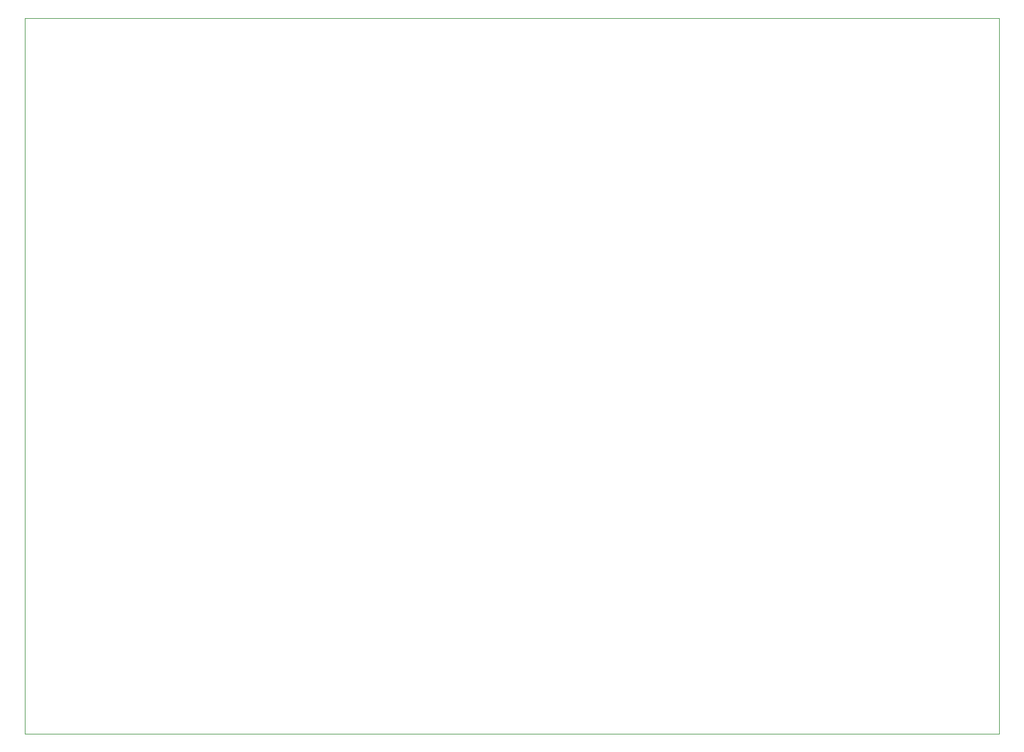
<source format=gbr>
%TF.GenerationSoftware,KiCad,Pcbnew,(6.0.7)*%
%TF.CreationDate,2022-11-14T00:19:26-05:00*%
%TF.ProjectId,MASA_Rover_1.0,4d415341-5f52-46f7-9665-725f312e302e,rev?*%
%TF.SameCoordinates,Original*%
%TF.FileFunction,Profile,NP*%
%FSLAX46Y46*%
G04 Gerber Fmt 4.6, Leading zero omitted, Abs format (unit mm)*
G04 Created by KiCad (PCBNEW (6.0.7)) date 2022-11-14 00:19:26*
%MOMM*%
%LPD*%
G01*
G04 APERTURE LIST*
%TA.AperFunction,Profile*%
%ADD10C,0.100000*%
%TD*%
G04 APERTURE END LIST*
D10*
X35000000Y-50000000D02*
X171000000Y-50000000D01*
X171000000Y-150000000D02*
X35000000Y-150000000D01*
X171000000Y-50000000D02*
X171000000Y-150000000D01*
X35000000Y-150000000D02*
X35000000Y-50000000D01*
M02*

</source>
